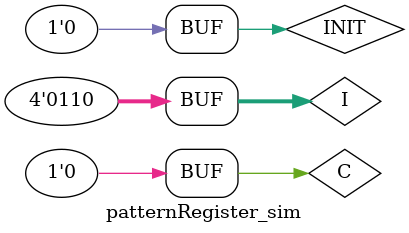
<source format=v>
`timescale 1ns / 1ps


module patternRegister_sim;

	// Inputs
	reg [3:0] I;
	reg C;
	reg INIT;

	// Outputs
	wire [3:0] O;

	// Instantiate the Unit Under Test (UUT)
	patternRegister uut (
		.I(I), 
		.C(C), 
		.INIT(INIT), 
		.O(O)
	);

	initial begin
		// Initialize Inputs
		I = 4'b0001;
		C = 0;
		INIT = 0;

		// Wait 100 ns for global reset to finish
		#100;
        
		// Add stimulus here
		
		INIT = 1;
		#1 INIT = 0;
		#1 C = 1;
		#1 C = 0;
		#1 I=4'b0110;
		#1 C = 1;
		#1 C = 0;

	end
      
endmodule


</source>
